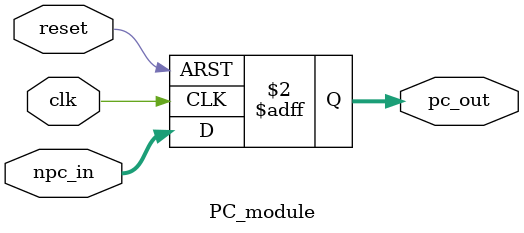
<source format=v>
module PC_module(npc_in, clk, reset, pc_out);	
    input [31:0]npc_in;
    input clk, reset;
    output [31:0]pc_out;
    reg [31:0]pc_out;
    always @ (posedge clk or posedge reset)
    	if(reset)
	       pc_out <= 32'h0000_3000;
	   else pc_out <= npc_in;
endmodule

</source>
